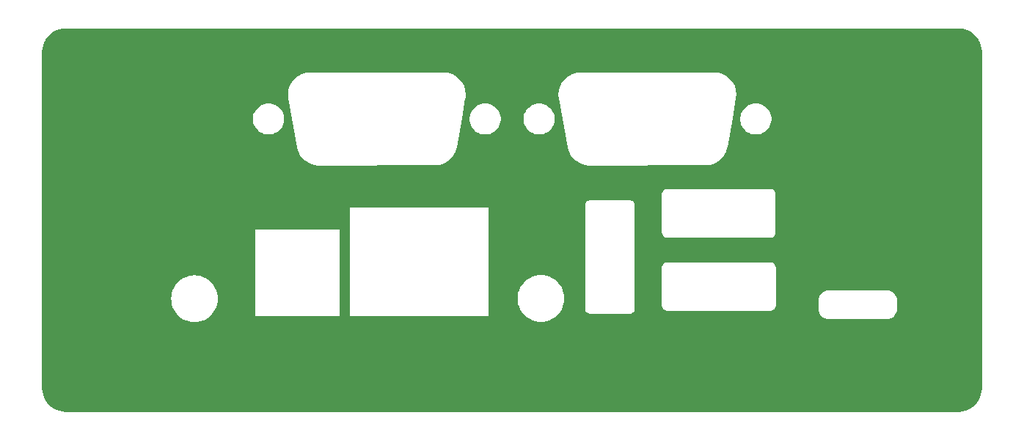
<source format=gbr>
%TF.GenerationSoftware,KiCad,Pcbnew,9.0.0*%
%TF.CreationDate,2025-03-14T14:54:43-04:00*%
%TF.ProjectId,MiniCamel_RearPlate,4d696e69-4361-46d6-956c-5f5265617250,rev?*%
%TF.SameCoordinates,Original*%
%TF.FileFunction,Soldermask,Bot*%
%TF.FilePolarity,Negative*%
%FSLAX46Y46*%
G04 Gerber Fmt 4.6, Leading zero omitted, Abs format (unit mm)*
G04 Created by KiCad (PCBNEW 9.0.0) date 2025-03-14 14:54:43*
%MOMM*%
%LPD*%
G01*
G04 APERTURE LIST*
%ADD10C,4.064000*%
G04 APERTURE END LIST*
D10*
%TO.C,REF\u002A\u002A*%
X81310000Y-71791723D03*
X182460000Y-71791723D03*
X81310000Y-109010000D03*
X182460000Y-109010000D03*
%TD*%
G36*
X183894393Y-68278564D02*
G01*
X183923989Y-68282168D01*
X184130043Y-68332958D01*
X184144339Y-68337412D01*
X184447789Y-68452497D01*
X184461443Y-68458642D01*
X184748793Y-68609455D01*
X184761608Y-68617202D01*
X185028707Y-68801569D01*
X185040493Y-68810804D01*
X185283405Y-69026006D01*
X185293993Y-69036594D01*
X185509195Y-69279506D01*
X185518430Y-69291292D01*
X185702797Y-69558391D01*
X185710544Y-69571206D01*
X185861357Y-69858556D01*
X185867502Y-69872210D01*
X185982587Y-70175660D01*
X185987042Y-70189956D01*
X186064712Y-70505063D01*
X186067411Y-70519791D01*
X186106645Y-70842889D01*
X186107535Y-70855964D01*
X186109986Y-71018245D01*
X186110000Y-71020118D01*
X186110000Y-109699881D01*
X186109986Y-109701754D01*
X186107535Y-109864035D01*
X186106645Y-109877110D01*
X186067411Y-110200208D01*
X186064712Y-110214936D01*
X185987042Y-110530043D01*
X185982587Y-110544339D01*
X185867502Y-110847789D01*
X185861357Y-110861443D01*
X185710544Y-111148793D01*
X185702797Y-111161608D01*
X185518430Y-111428707D01*
X185509195Y-111440493D01*
X185293993Y-111683405D01*
X185283405Y-111693993D01*
X185040493Y-111909195D01*
X185028707Y-111918430D01*
X184761608Y-112102797D01*
X184748793Y-112110544D01*
X184461443Y-112261357D01*
X184447789Y-112267502D01*
X184144339Y-112382587D01*
X184130043Y-112387042D01*
X183814936Y-112464712D01*
X183800208Y-112467411D01*
X183477110Y-112506645D01*
X183464035Y-112507535D01*
X183301755Y-112509986D01*
X183299882Y-112510000D01*
X80437805Y-112510000D01*
X80436008Y-112509987D01*
X80272656Y-112507619D01*
X80259507Y-112506728D01*
X79934304Y-112467242D01*
X79919575Y-112464543D01*
X79602373Y-112386360D01*
X79588077Y-112381905D01*
X79282617Y-112266060D01*
X79268962Y-112259915D01*
X78979689Y-112108093D01*
X78966875Y-112100346D01*
X78698012Y-111914763D01*
X78686225Y-111905528D01*
X78441695Y-111688892D01*
X78431107Y-111678304D01*
X78214471Y-111433774D01*
X78205236Y-111421987D01*
X78019653Y-111153124D01*
X78011906Y-111140310D01*
X77860084Y-110851037D01*
X77853939Y-110837382D01*
X77738094Y-110531922D01*
X77733639Y-110517626D01*
X77655456Y-110200424D01*
X77652757Y-110185695D01*
X77613271Y-109860492D01*
X77612380Y-109847343D01*
X77610013Y-109683992D01*
X77610000Y-109682195D01*
X77610000Y-99440000D01*
X92520000Y-99440000D01*
X92539685Y-99765443D01*
X92598459Y-100086160D01*
X92695449Y-100397414D01*
X92695453Y-100397425D01*
X92829267Y-100694748D01*
X92829268Y-100694750D01*
X92997949Y-100973783D01*
X93199023Y-101230434D01*
X93429565Y-101460976D01*
X93686216Y-101662050D01*
X93965249Y-101830731D01*
X93965251Y-101830732D01*
X94262574Y-101964546D01*
X94262585Y-101964550D01*
X94573839Y-102061540D01*
X94894556Y-102120314D01*
X95220000Y-102139999D01*
X95545443Y-102120314D01*
X95866160Y-102061540D01*
X96177414Y-101964550D01*
X96177425Y-101964546D01*
X96474748Y-101830732D01*
X96474750Y-101830731D01*
X96753783Y-101662050D01*
X96989343Y-101477500D01*
X102245282Y-101477500D01*
X111945282Y-101477500D01*
X111945282Y-101417500D01*
X113140000Y-101417500D01*
X129140000Y-101417500D01*
X129140000Y-99403877D01*
X132499459Y-99403877D01*
X132519144Y-99729320D01*
X132577918Y-100050037D01*
X132674908Y-100361291D01*
X132674912Y-100361302D01*
X132808726Y-100658625D01*
X132808727Y-100658627D01*
X132977408Y-100937660D01*
X133178482Y-101194311D01*
X133409024Y-101424853D01*
X133665675Y-101625927D01*
X133944708Y-101794608D01*
X133944710Y-101794609D01*
X134242033Y-101928423D01*
X134242044Y-101928427D01*
X134553298Y-102025417D01*
X134874015Y-102084191D01*
X135199459Y-102103876D01*
X135524902Y-102084191D01*
X135845619Y-102025417D01*
X136156873Y-101928427D01*
X136156884Y-101928423D01*
X136454207Y-101794609D01*
X136454209Y-101794608D01*
X136733242Y-101625927D01*
X136989893Y-101424853D01*
X137220435Y-101194311D01*
X137421509Y-100937660D01*
X137590190Y-100658627D01*
X137590191Y-100658625D01*
X137724005Y-100361302D01*
X137724009Y-100361291D01*
X137820999Y-100050037D01*
X137879773Y-99729320D01*
X137899458Y-99403877D01*
X137879773Y-99078433D01*
X137820999Y-98757716D01*
X137724009Y-98446462D01*
X137724005Y-98446451D01*
X137590191Y-98149128D01*
X137590190Y-98149126D01*
X137421509Y-97870093D01*
X137220435Y-97613442D01*
X136989893Y-97382900D01*
X136733242Y-97181826D01*
X136454209Y-97013145D01*
X136454207Y-97013144D01*
X136156884Y-96879330D01*
X136156873Y-96879326D01*
X135845619Y-96782336D01*
X135524902Y-96723562D01*
X135199459Y-96703877D01*
X134874015Y-96723562D01*
X134553298Y-96782336D01*
X134242044Y-96879326D01*
X134242033Y-96879330D01*
X133944710Y-97013144D01*
X133944708Y-97013145D01*
X133665675Y-97181826D01*
X133409024Y-97382900D01*
X133178482Y-97613442D01*
X132977408Y-97870093D01*
X132808727Y-98149126D01*
X132808726Y-98149128D01*
X132674912Y-98446451D01*
X132674908Y-98446462D01*
X132577918Y-98757716D01*
X132519144Y-99078433D01*
X132499459Y-99403877D01*
X129140000Y-99403877D01*
X129140000Y-88917500D01*
X113140000Y-88917500D01*
X113140000Y-101417500D01*
X111945282Y-101417500D01*
X111945282Y-91477500D01*
X102245282Y-91477500D01*
X102245282Y-101477500D01*
X96989343Y-101477500D01*
X97010434Y-101460976D01*
X97240976Y-101230434D01*
X97442050Y-100973783D01*
X97610731Y-100694750D01*
X97610732Y-100694748D01*
X97744546Y-100397425D01*
X97744550Y-100397414D01*
X97841540Y-100086160D01*
X97900314Y-99765443D01*
X97919999Y-99440000D01*
X97900314Y-99114556D01*
X97841540Y-98793839D01*
X97744550Y-98482585D01*
X97744546Y-98482574D01*
X97610732Y-98185251D01*
X97610731Y-98185249D01*
X97442050Y-97906216D01*
X97240976Y-97649565D01*
X97010434Y-97419023D01*
X96753783Y-97217949D01*
X96474750Y-97049268D01*
X96474748Y-97049267D01*
X96177425Y-96915453D01*
X96177414Y-96915449D01*
X95866160Y-96818459D01*
X95545443Y-96759685D01*
X95220000Y-96740000D01*
X94894556Y-96759685D01*
X94573839Y-96818459D01*
X94262585Y-96915449D01*
X94262574Y-96915453D01*
X93965251Y-97049267D01*
X93965249Y-97049268D01*
X93686216Y-97217949D01*
X93429565Y-97419023D01*
X93199023Y-97649565D01*
X92997949Y-97906216D01*
X92829268Y-98185249D01*
X92829267Y-98185251D01*
X92695453Y-98482574D01*
X92695449Y-98482585D01*
X92598459Y-98793839D01*
X92539685Y-99114556D01*
X92520000Y-99440000D01*
X77610000Y-99440000D01*
X77610000Y-88629495D01*
X140320983Y-88629495D01*
X140320983Y-100610505D01*
X140323159Y-100683796D01*
X140361107Y-100825425D01*
X140434417Y-100952399D01*
X140434419Y-100952402D01*
X140538089Y-101056072D01*
X140538092Y-101056074D01*
X140665066Y-101129384D01*
X140806695Y-101167332D01*
X140879987Y-101169509D01*
X145480013Y-101169509D01*
X145553300Y-101167333D01*
X145553306Y-101167332D01*
X145694933Y-101129383D01*
X145694938Y-101129380D01*
X145821903Y-101056078D01*
X145821911Y-101056072D01*
X145925579Y-100952402D01*
X145925582Y-100952398D01*
X145998892Y-100825425D01*
X146036840Y-100683795D01*
X146039017Y-100610504D01*
X146039017Y-95859386D01*
X149147582Y-95859386D01*
X149147582Y-100200627D01*
X149150379Y-100285743D01*
X149150380Y-100285749D01*
X149194448Y-100450195D01*
X149194451Y-100450203D01*
X149279570Y-100597629D01*
X149279573Y-100597634D01*
X149399958Y-100718021D01*
X149399960Y-100718022D01*
X149547393Y-100803147D01*
X149547396Y-100803148D01*
X149711844Y-100847219D01*
X149796971Y-100850000D01*
X161658211Y-100850000D01*
X161743329Y-100847203D01*
X161907783Y-100803136D01*
X161907787Y-100803134D01*
X162055216Y-100718017D01*
X162055220Y-100718014D01*
X162175609Y-100597627D01*
X162260737Y-100450184D01*
X162304801Y-100285741D01*
X162304802Y-100285736D01*
X162307582Y-100200612D01*
X162307582Y-99780089D01*
X167219446Y-99780089D01*
X167219446Y-100480048D01*
X167221977Y-100596214D01*
X167221978Y-100596216D01*
X167262310Y-100824955D01*
X167341754Y-101043222D01*
X167341757Y-101043229D01*
X167457891Y-101244380D01*
X167607198Y-101422316D01*
X167785134Y-101571623D01*
X167986285Y-101687757D01*
X167986292Y-101687760D01*
X168204559Y-101767204D01*
X168433298Y-101807536D01*
X168433300Y-101807537D01*
X168549466Y-101810069D01*
X174999442Y-101810069D01*
X175115601Y-101807685D01*
X175344371Y-101767348D01*
X175562663Y-101687896D01*
X175562670Y-101687893D01*
X175763843Y-101571746D01*
X175941799Y-101422423D01*
X175941802Y-101422421D01*
X176091120Y-101244472D01*
X176091125Y-101244465D01*
X176207272Y-101043292D01*
X176207275Y-101043285D01*
X176286729Y-100824989D01*
X176327066Y-100596224D01*
X176329446Y-100480069D01*
X176329446Y-99777382D01*
X176327062Y-99661225D01*
X176286724Y-99432458D01*
X176207269Y-99214157D01*
X176207268Y-99214156D01*
X176091122Y-99012985D01*
X176091117Y-99012978D01*
X175941799Y-98835029D01*
X175941796Y-98835027D01*
X175763841Y-98685705D01*
X175562668Y-98569558D01*
X175562661Y-98569555D01*
X175344370Y-98490103D01*
X175115603Y-98449766D01*
X175115597Y-98449765D01*
X174999437Y-98447378D01*
X168549465Y-98450069D01*
X168433300Y-98452600D01*
X168433298Y-98452601D01*
X168204559Y-98492933D01*
X167986292Y-98572377D01*
X167986285Y-98572380D01*
X167785134Y-98688514D01*
X167607198Y-98837821D01*
X167457891Y-99015757D01*
X167341757Y-99216908D01*
X167341754Y-99216915D01*
X167262310Y-99435182D01*
X167221978Y-99663921D01*
X167221977Y-99663923D01*
X167219446Y-99780089D01*
X162307582Y-99780089D01*
X162307582Y-95899382D01*
X162304819Y-95814249D01*
X162260747Y-95649795D01*
X162175617Y-95502353D01*
X162055222Y-95381964D01*
X161907777Y-95296839D01*
X161743325Y-95252777D01*
X161658198Y-95250000D01*
X149756966Y-95250000D01*
X149677073Y-95252593D01*
X149522754Y-95293952D01*
X149384394Y-95373841D01*
X149384389Y-95373845D01*
X149271426Y-95486814D01*
X149191542Y-95625179D01*
X149150189Y-95779505D01*
X149147582Y-95859386D01*
X146039017Y-95859386D01*
X146039017Y-88629521D01*
X146036825Y-88556201D01*
X145998881Y-88414576D01*
X145925577Y-88287604D01*
X145925575Y-88287601D01*
X145821903Y-88183927D01*
X145821901Y-88183926D01*
X145694929Y-88110617D01*
X145553306Y-88072668D01*
X145553300Y-88072667D01*
X145480013Y-88070492D01*
X140879987Y-88070492D01*
X140806695Y-88072668D01*
X140665066Y-88110616D01*
X140538092Y-88183926D01*
X140538089Y-88183928D01*
X140434419Y-88287598D01*
X140434417Y-88287601D01*
X140361107Y-88414575D01*
X140323159Y-88556204D01*
X140320983Y-88629495D01*
X77610000Y-88629495D01*
X77610000Y-87399386D01*
X149137577Y-87399386D01*
X149137577Y-91740619D01*
X149140380Y-91825750D01*
X149184448Y-91990196D01*
X149269574Y-92137636D01*
X149389958Y-92258020D01*
X149389957Y-92258020D01*
X149537396Y-92343149D01*
X149537398Y-92343150D01*
X149701833Y-92387217D01*
X149701837Y-92387218D01*
X149786967Y-92390000D01*
X161648200Y-92390000D01*
X161733325Y-92387198D01*
X161897776Y-92343134D01*
X162045215Y-92258011D01*
X162045219Y-92258008D01*
X162165603Y-92137627D01*
X162165604Y-92137625D01*
X162250732Y-91990183D01*
X162250733Y-91990182D01*
X162294796Y-91825741D01*
X162294797Y-91825738D01*
X162297577Y-91740612D01*
X162297577Y-87439376D01*
X162294818Y-87354246D01*
X162250747Y-87189792D01*
X162250746Y-87189791D01*
X162165617Y-87042353D01*
X162165614Y-87042349D01*
X162045220Y-86921962D01*
X161897777Y-86836840D01*
X161897770Y-86836837D01*
X161733321Y-86792776D01*
X161648194Y-86790000D01*
X149746955Y-86790000D01*
X149667068Y-86792589D01*
X149512749Y-86833949D01*
X149374388Y-86913840D01*
X149261417Y-87026817D01*
X149261415Y-87026820D01*
X149181539Y-87165174D01*
X149181537Y-87165177D01*
X149140184Y-87319504D01*
X149137577Y-87399386D01*
X77610000Y-87399386D01*
X77610000Y-78547301D01*
X101969017Y-78547301D01*
X101969017Y-78816718D01*
X102009171Y-79083111D01*
X102009173Y-79083121D01*
X102088573Y-79340532D01*
X102088578Y-79340545D01*
X102205466Y-79583267D01*
X102357231Y-79805865D01*
X102540471Y-80003350D01*
X102540473Y-80003353D01*
X102751102Y-80171324D01*
X102984413Y-80306027D01*
X103235194Y-80404452D01*
X103497852Y-80464401D01*
X103497857Y-80464402D01*
X103766496Y-80484534D01*
X103766504Y-80484534D01*
X104035142Y-80464402D01*
X104035147Y-80464401D01*
X104297805Y-80404452D01*
X104548586Y-80306027D01*
X104781897Y-80171324D01*
X104992526Y-80003353D01*
X104992528Y-80003350D01*
X105175768Y-79805865D01*
X105327533Y-79583267D01*
X105444421Y-79340545D01*
X105444426Y-79340532D01*
X105523826Y-79083121D01*
X105523828Y-79083112D01*
X105563982Y-78816713D01*
X105563984Y-78816696D01*
X105566500Y-78682010D01*
X105563984Y-78547323D01*
X105563982Y-78547306D01*
X105523828Y-78280907D01*
X105523826Y-78280898D01*
X105444426Y-78023487D01*
X105444421Y-78023474D01*
X105327533Y-77780752D01*
X105175768Y-77558154D01*
X104992528Y-77360669D01*
X104992526Y-77360666D01*
X104781897Y-77192695D01*
X104548586Y-77057992D01*
X104297805Y-76959567D01*
X104035147Y-76899618D01*
X104035142Y-76899617D01*
X103766505Y-76879487D01*
X103766495Y-76879487D01*
X103497857Y-76899617D01*
X103497852Y-76899618D01*
X103235194Y-76959567D01*
X102984413Y-77057992D01*
X102751102Y-77192695D01*
X102540473Y-77360666D01*
X102540471Y-77360669D01*
X102357231Y-77558154D01*
X102205466Y-77780752D01*
X102088578Y-78023474D01*
X102088573Y-78023487D01*
X102009173Y-78280898D01*
X102009171Y-78280908D01*
X101969017Y-78547301D01*
X77610000Y-78547301D01*
X77610000Y-75851974D01*
X106003294Y-75851974D01*
X106003579Y-75853970D01*
X106044164Y-76264828D01*
X106043355Y-76272291D01*
X106045984Y-76287058D01*
X106046673Y-76292043D01*
X106047498Y-76295557D01*
X107053760Y-81948208D01*
X107054268Y-81951289D01*
X107073201Y-82075738D01*
X107074547Y-82079662D01*
X107196254Y-82481135D01*
X107430794Y-82919797D01*
X107745312Y-83303077D01*
X108128706Y-83617690D01*
X108567291Y-83852178D01*
X109033576Y-83993591D01*
X109033754Y-83993662D01*
X109034355Y-83993837D01*
X109035778Y-83994259D01*
X109042832Y-83996398D01*
X109530516Y-84044235D01*
X109536092Y-84044970D01*
X122956362Y-84032802D01*
X122995691Y-84039167D01*
X123002770Y-84041527D01*
X123007608Y-84043252D01*
X123009926Y-84044133D01*
X123016898Y-84042975D01*
X123490129Y-83996397D01*
X123496123Y-83994580D01*
X123497767Y-83994093D01*
X123498824Y-83993788D01*
X123499112Y-83993673D01*
X123966248Y-83852003D01*
X124404276Y-83617671D01*
X124787647Y-83303077D01*
X125102165Y-82919798D01*
X125336717Y-82481092D01*
X125480904Y-82005651D01*
X125481044Y-82004226D01*
X125481047Y-82004201D01*
X125481048Y-82004187D01*
X125485838Y-81955190D01*
X125487113Y-81945839D01*
X126083040Y-78547301D01*
X126968967Y-78547301D01*
X126968967Y-78816718D01*
X127009121Y-79083111D01*
X127009123Y-79083121D01*
X127088523Y-79340532D01*
X127088528Y-79340545D01*
X127205416Y-79583267D01*
X127357181Y-79805865D01*
X127540421Y-80003350D01*
X127540423Y-80003353D01*
X127751052Y-80171324D01*
X127984363Y-80306027D01*
X128235144Y-80404452D01*
X128497802Y-80464401D01*
X128497807Y-80464402D01*
X128766446Y-80484534D01*
X128766454Y-80484534D01*
X129035092Y-80464402D01*
X129035097Y-80464401D01*
X129297755Y-80404452D01*
X129548536Y-80306027D01*
X129781847Y-80171324D01*
X129992476Y-80003353D01*
X129992478Y-80003350D01*
X130175718Y-79805865D01*
X130327483Y-79583267D01*
X130444371Y-79340545D01*
X130444376Y-79340532D01*
X130523776Y-79083121D01*
X130523778Y-79083112D01*
X130563932Y-78816713D01*
X130563934Y-78816696D01*
X130566450Y-78682010D01*
X130563934Y-78547323D01*
X130563932Y-78547306D01*
X130563931Y-78547301D01*
X133197017Y-78547301D01*
X133197017Y-78816718D01*
X133237171Y-79083111D01*
X133237173Y-79083121D01*
X133316573Y-79340532D01*
X133316578Y-79340545D01*
X133433466Y-79583267D01*
X133585231Y-79805865D01*
X133768471Y-80003350D01*
X133768473Y-80003353D01*
X133979102Y-80171324D01*
X134212413Y-80306027D01*
X134463194Y-80404452D01*
X134725852Y-80464401D01*
X134725857Y-80464402D01*
X134994496Y-80484534D01*
X134994504Y-80484534D01*
X135263142Y-80464402D01*
X135263147Y-80464401D01*
X135525805Y-80404452D01*
X135776586Y-80306027D01*
X136009897Y-80171324D01*
X136220526Y-80003353D01*
X136220528Y-80003350D01*
X136403768Y-79805865D01*
X136555533Y-79583267D01*
X136672421Y-79340545D01*
X136672426Y-79340532D01*
X136751826Y-79083121D01*
X136751828Y-79083112D01*
X136791982Y-78816713D01*
X136791984Y-78816696D01*
X136794500Y-78682010D01*
X136791984Y-78547323D01*
X136791982Y-78547306D01*
X136751828Y-78280907D01*
X136751826Y-78280898D01*
X136672426Y-78023487D01*
X136672421Y-78023474D01*
X136555533Y-77780752D01*
X136403768Y-77558154D01*
X136220528Y-77360669D01*
X136220526Y-77360666D01*
X136009897Y-77192695D01*
X135776586Y-77057992D01*
X135525805Y-76959567D01*
X135263147Y-76899618D01*
X135263142Y-76899617D01*
X134994505Y-76879487D01*
X134994495Y-76879487D01*
X134725857Y-76899617D01*
X134725852Y-76899618D01*
X134463194Y-76959567D01*
X134212413Y-77057992D01*
X133979102Y-77192695D01*
X133768473Y-77360666D01*
X133768471Y-77360669D01*
X133585231Y-77558154D01*
X133433466Y-77780752D01*
X133316578Y-78023474D01*
X133316573Y-78023487D01*
X133237173Y-78280898D01*
X133237171Y-78280908D01*
X133197017Y-78547301D01*
X130563931Y-78547301D01*
X130523778Y-78280907D01*
X130523776Y-78280898D01*
X130444376Y-78023487D01*
X130444371Y-78023474D01*
X130327483Y-77780752D01*
X130175718Y-77558154D01*
X129992478Y-77360669D01*
X129992476Y-77360666D01*
X129781847Y-77192695D01*
X129548536Y-77057992D01*
X129297755Y-76959567D01*
X129035097Y-76899618D01*
X129035092Y-76899617D01*
X128766455Y-76879487D01*
X128766445Y-76879487D01*
X128497807Y-76899617D01*
X128497802Y-76899618D01*
X128235144Y-76959567D01*
X127984363Y-77057992D01*
X127751052Y-77192695D01*
X127540423Y-77360666D01*
X127540421Y-77360669D01*
X127357181Y-77558154D01*
X127205416Y-77780752D01*
X127088528Y-78023474D01*
X127088523Y-78023487D01*
X127009123Y-78280898D01*
X127009121Y-78280908D01*
X126968967Y-78547301D01*
X126083040Y-78547301D01*
X126473150Y-76322527D01*
X126484230Y-76293258D01*
X126487394Y-76282047D01*
X126487660Y-76276651D01*
X126528868Y-75859161D01*
X126528874Y-75859126D01*
X126528901Y-75858820D01*
X126529576Y-75851974D01*
X137231294Y-75851974D01*
X137231579Y-75853970D01*
X137272164Y-76264828D01*
X137271355Y-76272291D01*
X137273984Y-76287058D01*
X137274673Y-76292043D01*
X137275498Y-76295557D01*
X138281760Y-81948208D01*
X138282268Y-81951289D01*
X138301201Y-82075738D01*
X138302547Y-82079662D01*
X138424254Y-82481135D01*
X138658794Y-82919797D01*
X138973312Y-83303077D01*
X139356706Y-83617690D01*
X139795291Y-83852178D01*
X140261576Y-83993591D01*
X140261754Y-83993662D01*
X140262355Y-83993837D01*
X140263778Y-83994259D01*
X140270832Y-83996398D01*
X140758516Y-84044235D01*
X140764092Y-84044970D01*
X154184362Y-84032802D01*
X154223691Y-84039167D01*
X154230770Y-84041527D01*
X154235608Y-84043252D01*
X154237926Y-84044133D01*
X154244898Y-84042975D01*
X154718129Y-83996397D01*
X154724123Y-83994580D01*
X154725767Y-83994093D01*
X154726824Y-83993788D01*
X154727112Y-83993673D01*
X155194248Y-83852003D01*
X155632276Y-83617671D01*
X156015647Y-83303077D01*
X156330165Y-82919798D01*
X156564717Y-82481092D01*
X156708904Y-82005651D01*
X156709044Y-82004226D01*
X156709047Y-82004201D01*
X156709048Y-82004187D01*
X156713838Y-81955190D01*
X156715113Y-81945839D01*
X157311040Y-78547301D01*
X158196967Y-78547301D01*
X158196967Y-78816718D01*
X158237121Y-79083111D01*
X158237123Y-79083121D01*
X158316523Y-79340532D01*
X158316528Y-79340545D01*
X158433416Y-79583267D01*
X158585181Y-79805865D01*
X158768421Y-80003350D01*
X158768423Y-80003353D01*
X158979052Y-80171324D01*
X159212363Y-80306027D01*
X159463144Y-80404452D01*
X159725802Y-80464401D01*
X159725807Y-80464402D01*
X159994446Y-80484534D01*
X159994454Y-80484534D01*
X160263092Y-80464402D01*
X160263097Y-80464401D01*
X160525755Y-80404452D01*
X160776536Y-80306027D01*
X161009847Y-80171324D01*
X161220476Y-80003353D01*
X161220478Y-80003350D01*
X161403718Y-79805865D01*
X161555483Y-79583267D01*
X161672371Y-79340545D01*
X161672376Y-79340532D01*
X161751776Y-79083121D01*
X161751778Y-79083112D01*
X161791932Y-78816713D01*
X161791934Y-78816696D01*
X161794450Y-78682010D01*
X161791934Y-78547323D01*
X161791932Y-78547306D01*
X161751778Y-78280907D01*
X161751776Y-78280898D01*
X161672376Y-78023487D01*
X161672371Y-78023474D01*
X161555483Y-77780752D01*
X161403718Y-77558154D01*
X161220478Y-77360669D01*
X161220476Y-77360666D01*
X161009847Y-77192695D01*
X160776536Y-77057992D01*
X160525755Y-76959567D01*
X160263097Y-76899618D01*
X160263092Y-76899617D01*
X159994455Y-76879487D01*
X159994445Y-76879487D01*
X159725807Y-76899617D01*
X159725802Y-76899618D01*
X159463144Y-76959567D01*
X159212363Y-77057992D01*
X158979052Y-77192695D01*
X158768423Y-77360666D01*
X158768421Y-77360669D01*
X158585181Y-77558154D01*
X158433416Y-77780752D01*
X158316528Y-78023474D01*
X158316523Y-78023487D01*
X158237123Y-78280898D01*
X158237121Y-78280908D01*
X158196967Y-78547301D01*
X157311040Y-78547301D01*
X157701150Y-76322527D01*
X157712230Y-76293258D01*
X157715394Y-76282047D01*
X157715660Y-76276651D01*
X157756868Y-75859161D01*
X157756874Y-75859126D01*
X157756901Y-75858820D01*
X157757579Y-75851945D01*
X157756954Y-75845603D01*
X157756899Y-75844976D01*
X157756884Y-75844889D01*
X157709049Y-75359825D01*
X157709041Y-75359672D01*
X157708999Y-75359329D01*
X157708870Y-75358028D01*
X157564839Y-74883360D01*
X157564177Y-74881654D01*
X157330199Y-74444024D01*
X157015587Y-74060631D01*
X156634412Y-73748100D01*
X156633279Y-73747073D01*
X156631824Y-73745938D01*
X156631299Y-73745574D01*
X156194250Y-73511757D01*
X155718769Y-73367558D01*
X155715519Y-73367364D01*
X155225617Y-73319050D01*
X155224638Y-73319050D01*
X139804565Y-73330962D01*
X139765265Y-73324602D01*
X139761208Y-73323250D01*
X139755525Y-73321200D01*
X139751503Y-73319638D01*
X139744729Y-73320731D01*
X139273396Y-73367368D01*
X139270162Y-73367564D01*
X138794707Y-73511757D01*
X138357786Y-73745507D01*
X138356716Y-73746248D01*
X138356141Y-73746695D01*
X138354940Y-73747777D01*
X137973340Y-74060658D01*
X137658775Y-74443994D01*
X137424422Y-74882329D01*
X137280091Y-75357987D01*
X137279978Y-75359139D01*
X137279914Y-75359659D01*
X137279901Y-75359929D01*
X137231562Y-75850083D01*
X137231294Y-75851974D01*
X126529576Y-75851974D01*
X126529579Y-75851945D01*
X126528954Y-75845603D01*
X126528899Y-75844976D01*
X126528884Y-75844889D01*
X126481049Y-75359825D01*
X126481041Y-75359672D01*
X126480999Y-75359329D01*
X126480870Y-75358028D01*
X126336839Y-74883360D01*
X126336177Y-74881654D01*
X126102199Y-74444024D01*
X125787587Y-74060631D01*
X125406412Y-73748100D01*
X125405279Y-73747073D01*
X125403824Y-73745938D01*
X125403299Y-73745574D01*
X124966250Y-73511757D01*
X124490769Y-73367558D01*
X124487519Y-73367364D01*
X123997617Y-73319050D01*
X123996638Y-73319050D01*
X108576565Y-73330962D01*
X108537265Y-73324602D01*
X108533208Y-73323250D01*
X108527525Y-73321200D01*
X108523503Y-73319638D01*
X108516729Y-73320731D01*
X108045396Y-73367368D01*
X108042162Y-73367564D01*
X107566707Y-73511757D01*
X107129786Y-73745507D01*
X107128716Y-73746248D01*
X107128141Y-73746695D01*
X107126940Y-73747777D01*
X106745340Y-74060658D01*
X106430775Y-74443994D01*
X106196422Y-74882329D01*
X106052091Y-75357987D01*
X106051978Y-75359139D01*
X106051914Y-75359659D01*
X106051901Y-75359929D01*
X106003562Y-75850083D01*
X106003294Y-75851974D01*
X77610000Y-75851974D01*
X77610000Y-71020118D01*
X77610014Y-71018246D01*
X77612464Y-70855965D01*
X77613354Y-70842889D01*
X77652588Y-70519791D01*
X77655287Y-70505063D01*
X77732957Y-70189956D01*
X77737412Y-70175660D01*
X77852497Y-69872210D01*
X77858642Y-69858556D01*
X78009455Y-69571206D01*
X78017202Y-69558391D01*
X78201569Y-69291292D01*
X78210804Y-69279506D01*
X78426006Y-69036594D01*
X78436594Y-69026006D01*
X78679506Y-68810804D01*
X78691292Y-68801569D01*
X78958391Y-68617202D01*
X78971206Y-68609455D01*
X79258556Y-68458642D01*
X79272210Y-68452497D01*
X79575660Y-68337412D01*
X79589956Y-68332957D01*
X79905063Y-68255287D01*
X79919791Y-68252588D01*
X80242889Y-68213354D01*
X80255965Y-68212464D01*
X80301931Y-68211770D01*
X80303883Y-68211756D01*
X183894393Y-68278564D01*
G37*
M02*

</source>
